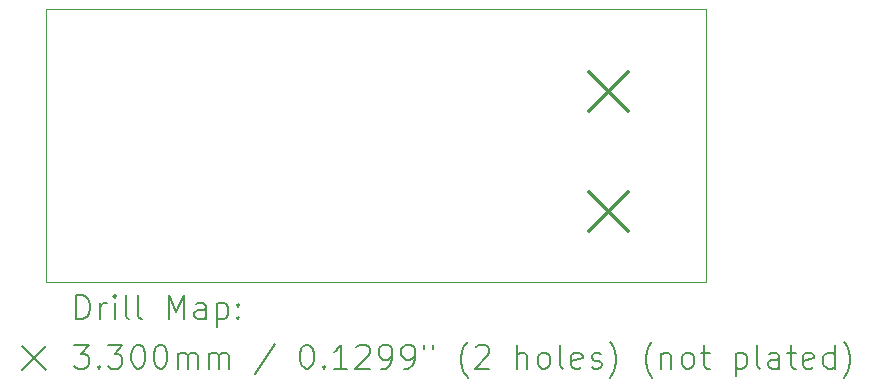
<source format=gbr>
%TF.GenerationSoftware,KiCad,Pcbnew,7.0.6*%
%TF.CreationDate,2023-12-02T16:46:12-07:00*%
%TF.ProjectId,Temperature Senor Board V2 (2),54656d70-6572-4617-9475-72652053656e,rev?*%
%TF.SameCoordinates,Original*%
%TF.FileFunction,Drillmap*%
%TF.FilePolarity,Positive*%
%FSLAX45Y45*%
G04 Gerber Fmt 4.5, Leading zero omitted, Abs format (unit mm)*
G04 Created by KiCad (PCBNEW 7.0.6) date 2023-12-02 16:46:12*
%MOMM*%
%LPD*%
G01*
G04 APERTURE LIST*
%ADD10C,0.050000*%
%ADD11C,0.200000*%
%ADD12C,0.330000*%
G04 APERTURE END LIST*
D10*
X11976100Y-7632700D02*
X17564100Y-7632700D01*
X17564100Y-9944100D01*
X11976100Y-9944100D01*
X11976100Y-7632700D01*
D11*
D12*
X16573600Y-8166200D02*
X16903600Y-8496200D01*
X16903600Y-8166200D02*
X16573600Y-8496200D01*
X16573600Y-9182200D02*
X16903600Y-9512200D01*
X16903600Y-9182200D02*
X16573600Y-9512200D01*
D11*
X12234377Y-10258084D02*
X12234377Y-10058084D01*
X12234377Y-10058084D02*
X12281996Y-10058084D01*
X12281996Y-10058084D02*
X12310567Y-10067608D01*
X12310567Y-10067608D02*
X12329615Y-10086655D01*
X12329615Y-10086655D02*
X12339139Y-10105703D01*
X12339139Y-10105703D02*
X12348662Y-10143798D01*
X12348662Y-10143798D02*
X12348662Y-10172370D01*
X12348662Y-10172370D02*
X12339139Y-10210465D01*
X12339139Y-10210465D02*
X12329615Y-10229512D01*
X12329615Y-10229512D02*
X12310567Y-10248560D01*
X12310567Y-10248560D02*
X12281996Y-10258084D01*
X12281996Y-10258084D02*
X12234377Y-10258084D01*
X12434377Y-10258084D02*
X12434377Y-10124750D01*
X12434377Y-10162846D02*
X12443901Y-10143798D01*
X12443901Y-10143798D02*
X12453424Y-10134274D01*
X12453424Y-10134274D02*
X12472472Y-10124750D01*
X12472472Y-10124750D02*
X12491520Y-10124750D01*
X12558186Y-10258084D02*
X12558186Y-10124750D01*
X12558186Y-10058084D02*
X12548662Y-10067608D01*
X12548662Y-10067608D02*
X12558186Y-10077131D01*
X12558186Y-10077131D02*
X12567710Y-10067608D01*
X12567710Y-10067608D02*
X12558186Y-10058084D01*
X12558186Y-10058084D02*
X12558186Y-10077131D01*
X12681996Y-10258084D02*
X12662948Y-10248560D01*
X12662948Y-10248560D02*
X12653424Y-10229512D01*
X12653424Y-10229512D02*
X12653424Y-10058084D01*
X12786758Y-10258084D02*
X12767710Y-10248560D01*
X12767710Y-10248560D02*
X12758186Y-10229512D01*
X12758186Y-10229512D02*
X12758186Y-10058084D01*
X13015329Y-10258084D02*
X13015329Y-10058084D01*
X13015329Y-10058084D02*
X13081996Y-10200941D01*
X13081996Y-10200941D02*
X13148662Y-10058084D01*
X13148662Y-10058084D02*
X13148662Y-10258084D01*
X13329615Y-10258084D02*
X13329615Y-10153322D01*
X13329615Y-10153322D02*
X13320091Y-10134274D01*
X13320091Y-10134274D02*
X13301043Y-10124750D01*
X13301043Y-10124750D02*
X13262948Y-10124750D01*
X13262948Y-10124750D02*
X13243901Y-10134274D01*
X13329615Y-10248560D02*
X13310567Y-10258084D01*
X13310567Y-10258084D02*
X13262948Y-10258084D01*
X13262948Y-10258084D02*
X13243901Y-10248560D01*
X13243901Y-10248560D02*
X13234377Y-10229512D01*
X13234377Y-10229512D02*
X13234377Y-10210465D01*
X13234377Y-10210465D02*
X13243901Y-10191417D01*
X13243901Y-10191417D02*
X13262948Y-10181893D01*
X13262948Y-10181893D02*
X13310567Y-10181893D01*
X13310567Y-10181893D02*
X13329615Y-10172370D01*
X13424853Y-10124750D02*
X13424853Y-10324750D01*
X13424853Y-10134274D02*
X13443901Y-10124750D01*
X13443901Y-10124750D02*
X13481996Y-10124750D01*
X13481996Y-10124750D02*
X13501043Y-10134274D01*
X13501043Y-10134274D02*
X13510567Y-10143798D01*
X13510567Y-10143798D02*
X13520091Y-10162846D01*
X13520091Y-10162846D02*
X13520091Y-10219989D01*
X13520091Y-10219989D02*
X13510567Y-10239036D01*
X13510567Y-10239036D02*
X13501043Y-10248560D01*
X13501043Y-10248560D02*
X13481996Y-10258084D01*
X13481996Y-10258084D02*
X13443901Y-10258084D01*
X13443901Y-10258084D02*
X13424853Y-10248560D01*
X13605805Y-10239036D02*
X13615329Y-10248560D01*
X13615329Y-10248560D02*
X13605805Y-10258084D01*
X13605805Y-10258084D02*
X13596282Y-10248560D01*
X13596282Y-10248560D02*
X13605805Y-10239036D01*
X13605805Y-10239036D02*
X13605805Y-10258084D01*
X13605805Y-10134274D02*
X13615329Y-10143798D01*
X13615329Y-10143798D02*
X13605805Y-10153322D01*
X13605805Y-10153322D02*
X13596282Y-10143798D01*
X13596282Y-10143798D02*
X13605805Y-10134274D01*
X13605805Y-10134274D02*
X13605805Y-10153322D01*
X11773600Y-10486600D02*
X11973600Y-10686600D01*
X11973600Y-10486600D02*
X11773600Y-10686600D01*
X12215329Y-10478084D02*
X12339139Y-10478084D01*
X12339139Y-10478084D02*
X12272472Y-10554274D01*
X12272472Y-10554274D02*
X12301043Y-10554274D01*
X12301043Y-10554274D02*
X12320091Y-10563798D01*
X12320091Y-10563798D02*
X12329615Y-10573322D01*
X12329615Y-10573322D02*
X12339139Y-10592370D01*
X12339139Y-10592370D02*
X12339139Y-10639989D01*
X12339139Y-10639989D02*
X12329615Y-10659036D01*
X12329615Y-10659036D02*
X12320091Y-10668560D01*
X12320091Y-10668560D02*
X12301043Y-10678084D01*
X12301043Y-10678084D02*
X12243901Y-10678084D01*
X12243901Y-10678084D02*
X12224853Y-10668560D01*
X12224853Y-10668560D02*
X12215329Y-10659036D01*
X12424853Y-10659036D02*
X12434377Y-10668560D01*
X12434377Y-10668560D02*
X12424853Y-10678084D01*
X12424853Y-10678084D02*
X12415329Y-10668560D01*
X12415329Y-10668560D02*
X12424853Y-10659036D01*
X12424853Y-10659036D02*
X12424853Y-10678084D01*
X12501043Y-10478084D02*
X12624853Y-10478084D01*
X12624853Y-10478084D02*
X12558186Y-10554274D01*
X12558186Y-10554274D02*
X12586758Y-10554274D01*
X12586758Y-10554274D02*
X12605805Y-10563798D01*
X12605805Y-10563798D02*
X12615329Y-10573322D01*
X12615329Y-10573322D02*
X12624853Y-10592370D01*
X12624853Y-10592370D02*
X12624853Y-10639989D01*
X12624853Y-10639989D02*
X12615329Y-10659036D01*
X12615329Y-10659036D02*
X12605805Y-10668560D01*
X12605805Y-10668560D02*
X12586758Y-10678084D01*
X12586758Y-10678084D02*
X12529615Y-10678084D01*
X12529615Y-10678084D02*
X12510567Y-10668560D01*
X12510567Y-10668560D02*
X12501043Y-10659036D01*
X12748662Y-10478084D02*
X12767710Y-10478084D01*
X12767710Y-10478084D02*
X12786758Y-10487608D01*
X12786758Y-10487608D02*
X12796282Y-10497131D01*
X12796282Y-10497131D02*
X12805805Y-10516179D01*
X12805805Y-10516179D02*
X12815329Y-10554274D01*
X12815329Y-10554274D02*
X12815329Y-10601893D01*
X12815329Y-10601893D02*
X12805805Y-10639989D01*
X12805805Y-10639989D02*
X12796282Y-10659036D01*
X12796282Y-10659036D02*
X12786758Y-10668560D01*
X12786758Y-10668560D02*
X12767710Y-10678084D01*
X12767710Y-10678084D02*
X12748662Y-10678084D01*
X12748662Y-10678084D02*
X12729615Y-10668560D01*
X12729615Y-10668560D02*
X12720091Y-10659036D01*
X12720091Y-10659036D02*
X12710567Y-10639989D01*
X12710567Y-10639989D02*
X12701043Y-10601893D01*
X12701043Y-10601893D02*
X12701043Y-10554274D01*
X12701043Y-10554274D02*
X12710567Y-10516179D01*
X12710567Y-10516179D02*
X12720091Y-10497131D01*
X12720091Y-10497131D02*
X12729615Y-10487608D01*
X12729615Y-10487608D02*
X12748662Y-10478084D01*
X12939139Y-10478084D02*
X12958186Y-10478084D01*
X12958186Y-10478084D02*
X12977234Y-10487608D01*
X12977234Y-10487608D02*
X12986758Y-10497131D01*
X12986758Y-10497131D02*
X12996282Y-10516179D01*
X12996282Y-10516179D02*
X13005805Y-10554274D01*
X13005805Y-10554274D02*
X13005805Y-10601893D01*
X13005805Y-10601893D02*
X12996282Y-10639989D01*
X12996282Y-10639989D02*
X12986758Y-10659036D01*
X12986758Y-10659036D02*
X12977234Y-10668560D01*
X12977234Y-10668560D02*
X12958186Y-10678084D01*
X12958186Y-10678084D02*
X12939139Y-10678084D01*
X12939139Y-10678084D02*
X12920091Y-10668560D01*
X12920091Y-10668560D02*
X12910567Y-10659036D01*
X12910567Y-10659036D02*
X12901043Y-10639989D01*
X12901043Y-10639989D02*
X12891520Y-10601893D01*
X12891520Y-10601893D02*
X12891520Y-10554274D01*
X12891520Y-10554274D02*
X12901043Y-10516179D01*
X12901043Y-10516179D02*
X12910567Y-10497131D01*
X12910567Y-10497131D02*
X12920091Y-10487608D01*
X12920091Y-10487608D02*
X12939139Y-10478084D01*
X13091520Y-10678084D02*
X13091520Y-10544750D01*
X13091520Y-10563798D02*
X13101043Y-10554274D01*
X13101043Y-10554274D02*
X13120091Y-10544750D01*
X13120091Y-10544750D02*
X13148663Y-10544750D01*
X13148663Y-10544750D02*
X13167710Y-10554274D01*
X13167710Y-10554274D02*
X13177234Y-10573322D01*
X13177234Y-10573322D02*
X13177234Y-10678084D01*
X13177234Y-10573322D02*
X13186758Y-10554274D01*
X13186758Y-10554274D02*
X13205805Y-10544750D01*
X13205805Y-10544750D02*
X13234377Y-10544750D01*
X13234377Y-10544750D02*
X13253424Y-10554274D01*
X13253424Y-10554274D02*
X13262948Y-10573322D01*
X13262948Y-10573322D02*
X13262948Y-10678084D01*
X13358186Y-10678084D02*
X13358186Y-10544750D01*
X13358186Y-10563798D02*
X13367710Y-10554274D01*
X13367710Y-10554274D02*
X13386758Y-10544750D01*
X13386758Y-10544750D02*
X13415329Y-10544750D01*
X13415329Y-10544750D02*
X13434377Y-10554274D01*
X13434377Y-10554274D02*
X13443901Y-10573322D01*
X13443901Y-10573322D02*
X13443901Y-10678084D01*
X13443901Y-10573322D02*
X13453424Y-10554274D01*
X13453424Y-10554274D02*
X13472472Y-10544750D01*
X13472472Y-10544750D02*
X13501043Y-10544750D01*
X13501043Y-10544750D02*
X13520091Y-10554274D01*
X13520091Y-10554274D02*
X13529615Y-10573322D01*
X13529615Y-10573322D02*
X13529615Y-10678084D01*
X13920091Y-10468560D02*
X13748663Y-10725703D01*
X14177234Y-10478084D02*
X14196282Y-10478084D01*
X14196282Y-10478084D02*
X14215329Y-10487608D01*
X14215329Y-10487608D02*
X14224853Y-10497131D01*
X14224853Y-10497131D02*
X14234377Y-10516179D01*
X14234377Y-10516179D02*
X14243901Y-10554274D01*
X14243901Y-10554274D02*
X14243901Y-10601893D01*
X14243901Y-10601893D02*
X14234377Y-10639989D01*
X14234377Y-10639989D02*
X14224853Y-10659036D01*
X14224853Y-10659036D02*
X14215329Y-10668560D01*
X14215329Y-10668560D02*
X14196282Y-10678084D01*
X14196282Y-10678084D02*
X14177234Y-10678084D01*
X14177234Y-10678084D02*
X14158186Y-10668560D01*
X14158186Y-10668560D02*
X14148663Y-10659036D01*
X14148663Y-10659036D02*
X14139139Y-10639989D01*
X14139139Y-10639989D02*
X14129615Y-10601893D01*
X14129615Y-10601893D02*
X14129615Y-10554274D01*
X14129615Y-10554274D02*
X14139139Y-10516179D01*
X14139139Y-10516179D02*
X14148663Y-10497131D01*
X14148663Y-10497131D02*
X14158186Y-10487608D01*
X14158186Y-10487608D02*
X14177234Y-10478084D01*
X14329615Y-10659036D02*
X14339139Y-10668560D01*
X14339139Y-10668560D02*
X14329615Y-10678084D01*
X14329615Y-10678084D02*
X14320091Y-10668560D01*
X14320091Y-10668560D02*
X14329615Y-10659036D01*
X14329615Y-10659036D02*
X14329615Y-10678084D01*
X14529615Y-10678084D02*
X14415329Y-10678084D01*
X14472472Y-10678084D02*
X14472472Y-10478084D01*
X14472472Y-10478084D02*
X14453425Y-10506655D01*
X14453425Y-10506655D02*
X14434377Y-10525703D01*
X14434377Y-10525703D02*
X14415329Y-10535227D01*
X14605806Y-10497131D02*
X14615329Y-10487608D01*
X14615329Y-10487608D02*
X14634377Y-10478084D01*
X14634377Y-10478084D02*
X14681996Y-10478084D01*
X14681996Y-10478084D02*
X14701044Y-10487608D01*
X14701044Y-10487608D02*
X14710567Y-10497131D01*
X14710567Y-10497131D02*
X14720091Y-10516179D01*
X14720091Y-10516179D02*
X14720091Y-10535227D01*
X14720091Y-10535227D02*
X14710567Y-10563798D01*
X14710567Y-10563798D02*
X14596282Y-10678084D01*
X14596282Y-10678084D02*
X14720091Y-10678084D01*
X14815329Y-10678084D02*
X14853425Y-10678084D01*
X14853425Y-10678084D02*
X14872472Y-10668560D01*
X14872472Y-10668560D02*
X14881996Y-10659036D01*
X14881996Y-10659036D02*
X14901044Y-10630465D01*
X14901044Y-10630465D02*
X14910567Y-10592370D01*
X14910567Y-10592370D02*
X14910567Y-10516179D01*
X14910567Y-10516179D02*
X14901044Y-10497131D01*
X14901044Y-10497131D02*
X14891520Y-10487608D01*
X14891520Y-10487608D02*
X14872472Y-10478084D01*
X14872472Y-10478084D02*
X14834377Y-10478084D01*
X14834377Y-10478084D02*
X14815329Y-10487608D01*
X14815329Y-10487608D02*
X14805806Y-10497131D01*
X14805806Y-10497131D02*
X14796282Y-10516179D01*
X14796282Y-10516179D02*
X14796282Y-10563798D01*
X14796282Y-10563798D02*
X14805806Y-10582846D01*
X14805806Y-10582846D02*
X14815329Y-10592370D01*
X14815329Y-10592370D02*
X14834377Y-10601893D01*
X14834377Y-10601893D02*
X14872472Y-10601893D01*
X14872472Y-10601893D02*
X14891520Y-10592370D01*
X14891520Y-10592370D02*
X14901044Y-10582846D01*
X14901044Y-10582846D02*
X14910567Y-10563798D01*
X15005806Y-10678084D02*
X15043901Y-10678084D01*
X15043901Y-10678084D02*
X15062948Y-10668560D01*
X15062948Y-10668560D02*
X15072472Y-10659036D01*
X15072472Y-10659036D02*
X15091520Y-10630465D01*
X15091520Y-10630465D02*
X15101044Y-10592370D01*
X15101044Y-10592370D02*
X15101044Y-10516179D01*
X15101044Y-10516179D02*
X15091520Y-10497131D01*
X15091520Y-10497131D02*
X15081996Y-10487608D01*
X15081996Y-10487608D02*
X15062948Y-10478084D01*
X15062948Y-10478084D02*
X15024853Y-10478084D01*
X15024853Y-10478084D02*
X15005806Y-10487608D01*
X15005806Y-10487608D02*
X14996282Y-10497131D01*
X14996282Y-10497131D02*
X14986758Y-10516179D01*
X14986758Y-10516179D02*
X14986758Y-10563798D01*
X14986758Y-10563798D02*
X14996282Y-10582846D01*
X14996282Y-10582846D02*
X15005806Y-10592370D01*
X15005806Y-10592370D02*
X15024853Y-10601893D01*
X15024853Y-10601893D02*
X15062948Y-10601893D01*
X15062948Y-10601893D02*
X15081996Y-10592370D01*
X15081996Y-10592370D02*
X15091520Y-10582846D01*
X15091520Y-10582846D02*
X15101044Y-10563798D01*
X15177234Y-10478084D02*
X15177234Y-10516179D01*
X15253425Y-10478084D02*
X15253425Y-10516179D01*
X15548663Y-10754274D02*
X15539139Y-10744750D01*
X15539139Y-10744750D02*
X15520091Y-10716179D01*
X15520091Y-10716179D02*
X15510568Y-10697131D01*
X15510568Y-10697131D02*
X15501044Y-10668560D01*
X15501044Y-10668560D02*
X15491520Y-10620941D01*
X15491520Y-10620941D02*
X15491520Y-10582846D01*
X15491520Y-10582846D02*
X15501044Y-10535227D01*
X15501044Y-10535227D02*
X15510568Y-10506655D01*
X15510568Y-10506655D02*
X15520091Y-10487608D01*
X15520091Y-10487608D02*
X15539139Y-10459036D01*
X15539139Y-10459036D02*
X15548663Y-10449512D01*
X15615329Y-10497131D02*
X15624853Y-10487608D01*
X15624853Y-10487608D02*
X15643901Y-10478084D01*
X15643901Y-10478084D02*
X15691520Y-10478084D01*
X15691520Y-10478084D02*
X15710568Y-10487608D01*
X15710568Y-10487608D02*
X15720091Y-10497131D01*
X15720091Y-10497131D02*
X15729615Y-10516179D01*
X15729615Y-10516179D02*
X15729615Y-10535227D01*
X15729615Y-10535227D02*
X15720091Y-10563798D01*
X15720091Y-10563798D02*
X15605806Y-10678084D01*
X15605806Y-10678084D02*
X15729615Y-10678084D01*
X15967710Y-10678084D02*
X15967710Y-10478084D01*
X16053425Y-10678084D02*
X16053425Y-10573322D01*
X16053425Y-10573322D02*
X16043901Y-10554274D01*
X16043901Y-10554274D02*
X16024853Y-10544750D01*
X16024853Y-10544750D02*
X15996282Y-10544750D01*
X15996282Y-10544750D02*
X15977234Y-10554274D01*
X15977234Y-10554274D02*
X15967710Y-10563798D01*
X16177234Y-10678084D02*
X16158187Y-10668560D01*
X16158187Y-10668560D02*
X16148663Y-10659036D01*
X16148663Y-10659036D02*
X16139139Y-10639989D01*
X16139139Y-10639989D02*
X16139139Y-10582846D01*
X16139139Y-10582846D02*
X16148663Y-10563798D01*
X16148663Y-10563798D02*
X16158187Y-10554274D01*
X16158187Y-10554274D02*
X16177234Y-10544750D01*
X16177234Y-10544750D02*
X16205806Y-10544750D01*
X16205806Y-10544750D02*
X16224853Y-10554274D01*
X16224853Y-10554274D02*
X16234377Y-10563798D01*
X16234377Y-10563798D02*
X16243901Y-10582846D01*
X16243901Y-10582846D02*
X16243901Y-10639989D01*
X16243901Y-10639989D02*
X16234377Y-10659036D01*
X16234377Y-10659036D02*
X16224853Y-10668560D01*
X16224853Y-10668560D02*
X16205806Y-10678084D01*
X16205806Y-10678084D02*
X16177234Y-10678084D01*
X16358187Y-10678084D02*
X16339139Y-10668560D01*
X16339139Y-10668560D02*
X16329615Y-10649512D01*
X16329615Y-10649512D02*
X16329615Y-10478084D01*
X16510568Y-10668560D02*
X16491520Y-10678084D01*
X16491520Y-10678084D02*
X16453425Y-10678084D01*
X16453425Y-10678084D02*
X16434377Y-10668560D01*
X16434377Y-10668560D02*
X16424853Y-10649512D01*
X16424853Y-10649512D02*
X16424853Y-10573322D01*
X16424853Y-10573322D02*
X16434377Y-10554274D01*
X16434377Y-10554274D02*
X16453425Y-10544750D01*
X16453425Y-10544750D02*
X16491520Y-10544750D01*
X16491520Y-10544750D02*
X16510568Y-10554274D01*
X16510568Y-10554274D02*
X16520091Y-10573322D01*
X16520091Y-10573322D02*
X16520091Y-10592370D01*
X16520091Y-10592370D02*
X16424853Y-10611417D01*
X16596282Y-10668560D02*
X16615330Y-10678084D01*
X16615330Y-10678084D02*
X16653425Y-10678084D01*
X16653425Y-10678084D02*
X16672472Y-10668560D01*
X16672472Y-10668560D02*
X16681996Y-10649512D01*
X16681996Y-10649512D02*
X16681996Y-10639989D01*
X16681996Y-10639989D02*
X16672472Y-10620941D01*
X16672472Y-10620941D02*
X16653425Y-10611417D01*
X16653425Y-10611417D02*
X16624853Y-10611417D01*
X16624853Y-10611417D02*
X16605806Y-10601893D01*
X16605806Y-10601893D02*
X16596282Y-10582846D01*
X16596282Y-10582846D02*
X16596282Y-10573322D01*
X16596282Y-10573322D02*
X16605806Y-10554274D01*
X16605806Y-10554274D02*
X16624853Y-10544750D01*
X16624853Y-10544750D02*
X16653425Y-10544750D01*
X16653425Y-10544750D02*
X16672472Y-10554274D01*
X16748663Y-10754274D02*
X16758187Y-10744750D01*
X16758187Y-10744750D02*
X16777234Y-10716179D01*
X16777234Y-10716179D02*
X16786758Y-10697131D01*
X16786758Y-10697131D02*
X16796282Y-10668560D01*
X16796282Y-10668560D02*
X16805806Y-10620941D01*
X16805806Y-10620941D02*
X16805806Y-10582846D01*
X16805806Y-10582846D02*
X16796282Y-10535227D01*
X16796282Y-10535227D02*
X16786758Y-10506655D01*
X16786758Y-10506655D02*
X16777234Y-10487608D01*
X16777234Y-10487608D02*
X16758187Y-10459036D01*
X16758187Y-10459036D02*
X16748663Y-10449512D01*
X17110568Y-10754274D02*
X17101044Y-10744750D01*
X17101044Y-10744750D02*
X17081996Y-10716179D01*
X17081996Y-10716179D02*
X17072473Y-10697131D01*
X17072473Y-10697131D02*
X17062949Y-10668560D01*
X17062949Y-10668560D02*
X17053425Y-10620941D01*
X17053425Y-10620941D02*
X17053425Y-10582846D01*
X17053425Y-10582846D02*
X17062949Y-10535227D01*
X17062949Y-10535227D02*
X17072473Y-10506655D01*
X17072473Y-10506655D02*
X17081996Y-10487608D01*
X17081996Y-10487608D02*
X17101044Y-10459036D01*
X17101044Y-10459036D02*
X17110568Y-10449512D01*
X17186758Y-10544750D02*
X17186758Y-10678084D01*
X17186758Y-10563798D02*
X17196282Y-10554274D01*
X17196282Y-10554274D02*
X17215330Y-10544750D01*
X17215330Y-10544750D02*
X17243901Y-10544750D01*
X17243901Y-10544750D02*
X17262949Y-10554274D01*
X17262949Y-10554274D02*
X17272473Y-10573322D01*
X17272473Y-10573322D02*
X17272473Y-10678084D01*
X17396282Y-10678084D02*
X17377234Y-10668560D01*
X17377234Y-10668560D02*
X17367711Y-10659036D01*
X17367711Y-10659036D02*
X17358187Y-10639989D01*
X17358187Y-10639989D02*
X17358187Y-10582846D01*
X17358187Y-10582846D02*
X17367711Y-10563798D01*
X17367711Y-10563798D02*
X17377234Y-10554274D01*
X17377234Y-10554274D02*
X17396282Y-10544750D01*
X17396282Y-10544750D02*
X17424854Y-10544750D01*
X17424854Y-10544750D02*
X17443901Y-10554274D01*
X17443901Y-10554274D02*
X17453425Y-10563798D01*
X17453425Y-10563798D02*
X17462949Y-10582846D01*
X17462949Y-10582846D02*
X17462949Y-10639989D01*
X17462949Y-10639989D02*
X17453425Y-10659036D01*
X17453425Y-10659036D02*
X17443901Y-10668560D01*
X17443901Y-10668560D02*
X17424854Y-10678084D01*
X17424854Y-10678084D02*
X17396282Y-10678084D01*
X17520092Y-10544750D02*
X17596282Y-10544750D01*
X17548663Y-10478084D02*
X17548663Y-10649512D01*
X17548663Y-10649512D02*
X17558187Y-10668560D01*
X17558187Y-10668560D02*
X17577234Y-10678084D01*
X17577234Y-10678084D02*
X17596282Y-10678084D01*
X17815330Y-10544750D02*
X17815330Y-10744750D01*
X17815330Y-10554274D02*
X17834377Y-10544750D01*
X17834377Y-10544750D02*
X17872473Y-10544750D01*
X17872473Y-10544750D02*
X17891520Y-10554274D01*
X17891520Y-10554274D02*
X17901044Y-10563798D01*
X17901044Y-10563798D02*
X17910568Y-10582846D01*
X17910568Y-10582846D02*
X17910568Y-10639989D01*
X17910568Y-10639989D02*
X17901044Y-10659036D01*
X17901044Y-10659036D02*
X17891520Y-10668560D01*
X17891520Y-10668560D02*
X17872473Y-10678084D01*
X17872473Y-10678084D02*
X17834377Y-10678084D01*
X17834377Y-10678084D02*
X17815330Y-10668560D01*
X18024854Y-10678084D02*
X18005806Y-10668560D01*
X18005806Y-10668560D02*
X17996282Y-10649512D01*
X17996282Y-10649512D02*
X17996282Y-10478084D01*
X18186758Y-10678084D02*
X18186758Y-10573322D01*
X18186758Y-10573322D02*
X18177235Y-10554274D01*
X18177235Y-10554274D02*
X18158187Y-10544750D01*
X18158187Y-10544750D02*
X18120092Y-10544750D01*
X18120092Y-10544750D02*
X18101044Y-10554274D01*
X18186758Y-10668560D02*
X18167711Y-10678084D01*
X18167711Y-10678084D02*
X18120092Y-10678084D01*
X18120092Y-10678084D02*
X18101044Y-10668560D01*
X18101044Y-10668560D02*
X18091520Y-10649512D01*
X18091520Y-10649512D02*
X18091520Y-10630465D01*
X18091520Y-10630465D02*
X18101044Y-10611417D01*
X18101044Y-10611417D02*
X18120092Y-10601893D01*
X18120092Y-10601893D02*
X18167711Y-10601893D01*
X18167711Y-10601893D02*
X18186758Y-10592370D01*
X18253425Y-10544750D02*
X18329615Y-10544750D01*
X18281996Y-10478084D02*
X18281996Y-10649512D01*
X18281996Y-10649512D02*
X18291520Y-10668560D01*
X18291520Y-10668560D02*
X18310568Y-10678084D01*
X18310568Y-10678084D02*
X18329615Y-10678084D01*
X18472473Y-10668560D02*
X18453425Y-10678084D01*
X18453425Y-10678084D02*
X18415330Y-10678084D01*
X18415330Y-10678084D02*
X18396282Y-10668560D01*
X18396282Y-10668560D02*
X18386758Y-10649512D01*
X18386758Y-10649512D02*
X18386758Y-10573322D01*
X18386758Y-10573322D02*
X18396282Y-10554274D01*
X18396282Y-10554274D02*
X18415330Y-10544750D01*
X18415330Y-10544750D02*
X18453425Y-10544750D01*
X18453425Y-10544750D02*
X18472473Y-10554274D01*
X18472473Y-10554274D02*
X18481996Y-10573322D01*
X18481996Y-10573322D02*
X18481996Y-10592370D01*
X18481996Y-10592370D02*
X18386758Y-10611417D01*
X18653425Y-10678084D02*
X18653425Y-10478084D01*
X18653425Y-10668560D02*
X18634377Y-10678084D01*
X18634377Y-10678084D02*
X18596282Y-10678084D01*
X18596282Y-10678084D02*
X18577235Y-10668560D01*
X18577235Y-10668560D02*
X18567711Y-10659036D01*
X18567711Y-10659036D02*
X18558187Y-10639989D01*
X18558187Y-10639989D02*
X18558187Y-10582846D01*
X18558187Y-10582846D02*
X18567711Y-10563798D01*
X18567711Y-10563798D02*
X18577235Y-10554274D01*
X18577235Y-10554274D02*
X18596282Y-10544750D01*
X18596282Y-10544750D02*
X18634377Y-10544750D01*
X18634377Y-10544750D02*
X18653425Y-10554274D01*
X18729616Y-10754274D02*
X18739139Y-10744750D01*
X18739139Y-10744750D02*
X18758187Y-10716179D01*
X18758187Y-10716179D02*
X18767711Y-10697131D01*
X18767711Y-10697131D02*
X18777235Y-10668560D01*
X18777235Y-10668560D02*
X18786758Y-10620941D01*
X18786758Y-10620941D02*
X18786758Y-10582846D01*
X18786758Y-10582846D02*
X18777235Y-10535227D01*
X18777235Y-10535227D02*
X18767711Y-10506655D01*
X18767711Y-10506655D02*
X18758187Y-10487608D01*
X18758187Y-10487608D02*
X18739139Y-10459036D01*
X18739139Y-10459036D02*
X18729616Y-10449512D01*
M02*

</source>
